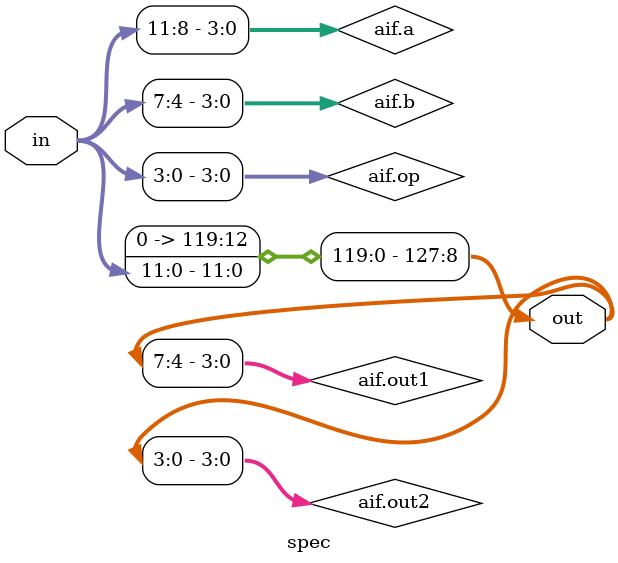
<source format=sv>


interface alu_iface ();
  logic [3:0] a;
  logic [3:0] b;
  logic [3:0] op;
  logic [3:0] out1;
  logic [3:0] out2;
endinterface

module alu1 (alu_iface aif);

   assign aif.out1 = aif.op[1] ?
		     aif.op[0] ? aif.a + aif.b : aif.a - aif.b :
		     aif.op[0] ? aif.a & aif.b : aif.a | aif.b;

endmodule

module alu2 (alu_iface aif);

  assign aif.out2 = ~aif.out1;

endmodule

module spec (input logic [127:0] in,
	     output wire [127:0] out);

  alu_iface aif ();
  assign {aif.a, aif.b, aif.op} = in;

  alu1 aluinst1 (aif);
  alu2 aluinst2 (aif);

  assign out = { aif.a, aif.b, aif.op, aif.out1, aif.out2 };

endmodule // spec

</source>
